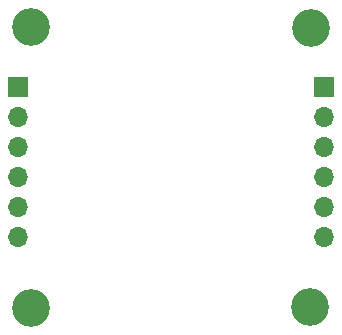
<source format=gbr>
%TF.GenerationSoftware,KiCad,Pcbnew,8.0.8-8.0.8-0~ubuntu24.04.1*%
%TF.CreationDate,2025-02-16T19:55:33+01:00*%
%TF.ProjectId,LIS2HH12TR-devboard,4c495332-4848-4313-9254-522d64657662,rev?*%
%TF.SameCoordinates,Original*%
%TF.FileFunction,Soldermask,Bot*%
%TF.FilePolarity,Negative*%
%FSLAX46Y46*%
G04 Gerber Fmt 4.6, Leading zero omitted, Abs format (unit mm)*
G04 Created by KiCad (PCBNEW 8.0.8-8.0.8-0~ubuntu24.04.1) date 2025-02-16 19:55:33*
%MOMM*%
%LPD*%
G01*
G04 APERTURE LIST*
%ADD10C,3.200000*%
%ADD11R,1.700000X1.700000*%
%ADD12O,1.700000X1.700000*%
G04 APERTURE END LIST*
D10*
%TO.C,H4*%
X206800000Y-106800000D03*
%TD*%
%TO.C,H3*%
X206900000Y-83200000D03*
%TD*%
%TO.C,H2*%
X183200000Y-106900000D03*
%TD*%
%TO.C,H1*%
X183200000Y-83100000D03*
%TD*%
D11*
%TO.C,J2*%
X208000000Y-88220000D03*
D12*
X208000000Y-90760000D03*
X208000000Y-93300000D03*
X208000000Y-95840000D03*
X208000000Y-98380000D03*
X208000000Y-100920000D03*
%TD*%
D11*
%TO.C,J1*%
X182100000Y-88220000D03*
D12*
X182100000Y-90760000D03*
X182100000Y-93300000D03*
X182100000Y-95840000D03*
X182100000Y-98380000D03*
X182100000Y-100920000D03*
%TD*%
M02*

</source>
